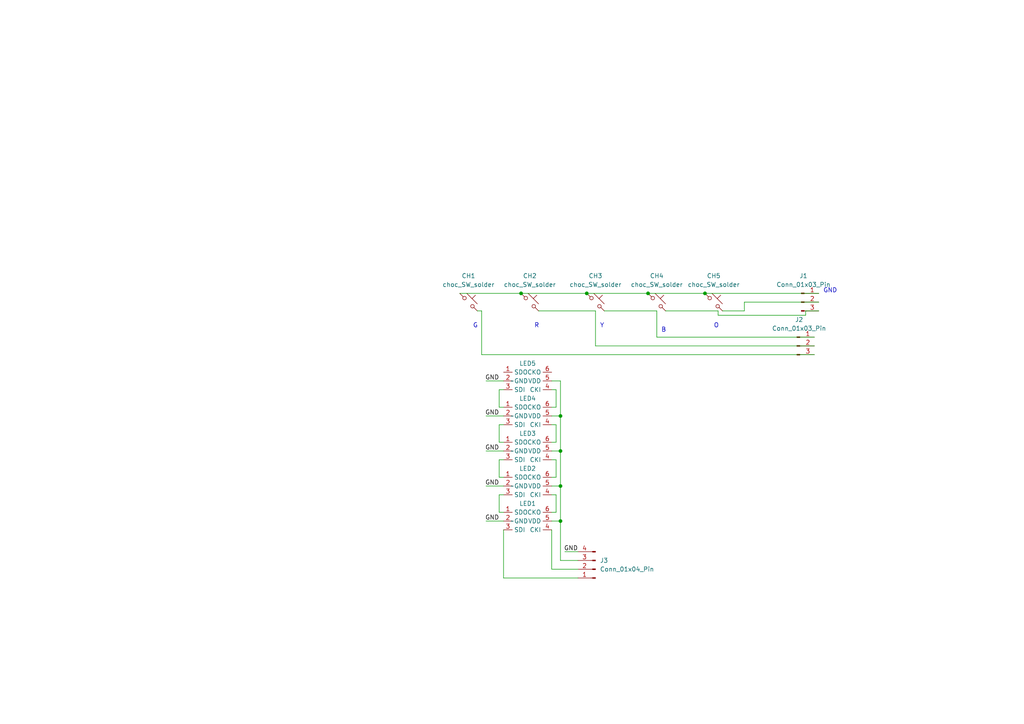
<source format=kicad_sch>
(kicad_sch (version 20230121) (generator eeschema)

  (uuid 2008d4e7-299a-4c45-9d60-97a9bf4445b8)

  (paper "A4")

  (lib_symbols
    (symbol "Connector:Conn_01x03_Pin" (pin_names (offset 1.016) hide) (in_bom yes) (on_board yes)
      (property "Reference" "J" (at 0 5.08 0)
        (effects (font (size 1.27 1.27)))
      )
      (property "Value" "Conn_01x03_Pin" (at 0 -5.08 0)
        (effects (font (size 1.27 1.27)))
      )
      (property "Footprint" "" (at 0 0 0)
        (effects (font (size 1.27 1.27)) hide)
      )
      (property "Datasheet" "~" (at 0 0 0)
        (effects (font (size 1.27 1.27)) hide)
      )
      (property "ki_locked" "" (at 0 0 0)
        (effects (font (size 1.27 1.27)))
      )
      (property "ki_keywords" "connector" (at 0 0 0)
        (effects (font (size 1.27 1.27)) hide)
      )
      (property "ki_description" "Generic connector, single row, 01x03, script generated" (at 0 0 0)
        (effects (font (size 1.27 1.27)) hide)
      )
      (property "ki_fp_filters" "Connector*:*_1x??_*" (at 0 0 0)
        (effects (font (size 1.27 1.27)) hide)
      )
      (symbol "Conn_01x03_Pin_1_1"
        (polyline
          (pts
            (xy 1.27 -2.54)
            (xy 0.8636 -2.54)
          )
          (stroke (width 0.1524) (type default))
          (fill (type none))
        )
        (polyline
          (pts
            (xy 1.27 0)
            (xy 0.8636 0)
          )
          (stroke (width 0.1524) (type default))
          (fill (type none))
        )
        (polyline
          (pts
            (xy 1.27 2.54)
            (xy 0.8636 2.54)
          )
          (stroke (width 0.1524) (type default))
          (fill (type none))
        )
        (rectangle (start 0.8636 -2.413) (end 0 -2.667)
          (stroke (width 0.1524) (type default))
          (fill (type outline))
        )
        (rectangle (start 0.8636 0.127) (end 0 -0.127)
          (stroke (width 0.1524) (type default))
          (fill (type outline))
        )
        (rectangle (start 0.8636 2.667) (end 0 2.413)
          (stroke (width 0.1524) (type default))
          (fill (type outline))
        )
        (pin passive line (at 5.08 2.54 180) (length 3.81)
          (name "Pin_1" (effects (font (size 1.27 1.27))))
          (number "1" (effects (font (size 1.27 1.27))))
        )
        (pin passive line (at 5.08 0 180) (length 3.81)
          (name "Pin_2" (effects (font (size 1.27 1.27))))
          (number "2" (effects (font (size 1.27 1.27))))
        )
        (pin passive line (at 5.08 -2.54 180) (length 3.81)
          (name "Pin_3" (effects (font (size 1.27 1.27))))
          (number "3" (effects (font (size 1.27 1.27))))
        )
      )
    )
    (symbol "Connector:Conn_01x04_Pin" (pin_names (offset 1.016) hide) (in_bom yes) (on_board yes)
      (property "Reference" "J" (at 0 5.08 0)
        (effects (font (size 1.27 1.27)))
      )
      (property "Value" "Conn_01x04_Pin" (at 0 -7.62 0)
        (effects (font (size 1.27 1.27)))
      )
      (property "Footprint" "" (at 0 0 0)
        (effects (font (size 1.27 1.27)) hide)
      )
      (property "Datasheet" "~" (at 0 0 0)
        (effects (font (size 1.27 1.27)) hide)
      )
      (property "ki_locked" "" (at 0 0 0)
        (effects (font (size 1.27 1.27)))
      )
      (property "ki_keywords" "connector" (at 0 0 0)
        (effects (font (size 1.27 1.27)) hide)
      )
      (property "ki_description" "Generic connector, single row, 01x04, script generated" (at 0 0 0)
        (effects (font (size 1.27 1.27)) hide)
      )
      (property "ki_fp_filters" "Connector*:*_1x??_*" (at 0 0 0)
        (effects (font (size 1.27 1.27)) hide)
      )
      (symbol "Conn_01x04_Pin_1_1"
        (polyline
          (pts
            (xy 1.27 -5.08)
            (xy 0.8636 -5.08)
          )
          (stroke (width 0.1524) (type default))
          (fill (type none))
        )
        (polyline
          (pts
            (xy 1.27 -2.54)
            (xy 0.8636 -2.54)
          )
          (stroke (width 0.1524) (type default))
          (fill (type none))
        )
        (polyline
          (pts
            (xy 1.27 0)
            (xy 0.8636 0)
          )
          (stroke (width 0.1524) (type default))
          (fill (type none))
        )
        (polyline
          (pts
            (xy 1.27 2.54)
            (xy 0.8636 2.54)
          )
          (stroke (width 0.1524) (type default))
          (fill (type none))
        )
        (rectangle (start 0.8636 -4.953) (end 0 -5.207)
          (stroke (width 0.1524) (type default))
          (fill (type outline))
        )
        (rectangle (start 0.8636 -2.413) (end 0 -2.667)
          (stroke (width 0.1524) (type default))
          (fill (type outline))
        )
        (rectangle (start 0.8636 0.127) (end 0 -0.127)
          (stroke (width 0.1524) (type default))
          (fill (type outline))
        )
        (rectangle (start 0.8636 2.667) (end 0 2.413)
          (stroke (width 0.1524) (type default))
          (fill (type outline))
        )
        (pin passive line (at 5.08 2.54 180) (length 3.81)
          (name "Pin_1" (effects (font (size 1.27 1.27))))
          (number "1" (effects (font (size 1.27 1.27))))
        )
        (pin passive line (at 5.08 0 180) (length 3.81)
          (name "Pin_2" (effects (font (size 1.27 1.27))))
          (number "2" (effects (font (size 1.27 1.27))))
        )
        (pin passive line (at 5.08 -2.54 180) (length 3.81)
          (name "Pin_3" (effects (font (size 1.27 1.27))))
          (number "3" (effects (font (size 1.27 1.27))))
        )
        (pin passive line (at 5.08 -5.08 180) (length 3.81)
          (name "Pin_4" (effects (font (size 1.27 1.27))))
          (number "4" (effects (font (size 1.27 1.27))))
        )
      )
    )
    (symbol "PCM_marbastlib-choc:choc_SW_solder" (pin_numbers hide) (pin_names (offset 1.016) hide) (in_bom yes) (on_board yes)
      (property "Reference" "CH" (at 3.048 1.016 0)
        (effects (font (size 1.27 1.27)) (justify left))
      )
      (property "Value" "choc_SW_solder" (at 0 -3.81 0)
        (effects (font (size 1.27 1.27)))
      )
      (property "Footprint" "PCM_marbastlib-choc:SW_choc_v1_1u" (at 0 0 0)
        (effects (font (size 1.27 1.27)) hide)
      )
      (property "Datasheet" "~" (at 0 0 0)
        (effects (font (size 1.27 1.27)) hide)
      )
      (property "ki_keywords" "switch normally-open pushbutton push-button" (at 0 0 0)
        (effects (font (size 1.27 1.27)) hide)
      )
      (property "ki_description" "Push button switch, normally open, two pins, 45° tilted" (at 0 0 0)
        (effects (font (size 1.27 1.27)) hide)
      )
      (symbol "choc_SW_solder_0_1"
        (circle (center -1.1684 1.1684) (radius 0.508)
          (stroke (width 0) (type default))
          (fill (type none))
        )
        (polyline
          (pts
            (xy -0.508 2.54)
            (xy 2.54 -0.508)
          )
          (stroke (width 0) (type default))
          (fill (type none))
        )
        (polyline
          (pts
            (xy 1.016 1.016)
            (xy 2.032 2.032)
          )
          (stroke (width 0) (type default))
          (fill (type none))
        )
        (polyline
          (pts
            (xy -2.54 2.54)
            (xy -1.524 1.524)
            (xy -1.524 1.524)
          )
          (stroke (width 0) (type default))
          (fill (type none))
        )
        (polyline
          (pts
            (xy 1.524 -1.524)
            (xy 2.54 -2.54)
            (xy 2.54 -2.54)
            (xy 2.54 -2.54)
          )
          (stroke (width 0) (type default))
          (fill (type none))
        )
        (circle (center 1.143 -1.1938) (radius 0.508)
          (stroke (width 0) (type default))
          (fill (type none))
        )
        (pin passive line (at -2.54 2.54 0) (length 0)
          (name "1" (effects (font (size 1.27 1.27))))
          (number "1" (effects (font (size 1.27 1.27))))
        )
        (pin passive line (at 2.54 -2.54 180) (length 0)
          (name "2" (effects (font (size 1.27 1.27))))
          (number "2" (effects (font (size 1.27 1.27))))
        )
      )
    )
    (symbol "sk9822-ec20-2:SK9822-EC20" (in_bom yes) (on_board yes)
      (property "Reference" "LED" (at 0 5.08 0)
        (effects (font (size 1.27 1.27)))
      )
      (property "Value" "" (at 0 0 0)
        (effects (font (size 1.27 1.27)))
      )
      (property "Footprint" "" (at 0 0 0)
        (effects (font (size 1.27 1.27)) hide)
      )
      (property "Datasheet" "" (at 0 0 0)
        (effects (font (size 1.27 1.27)) hide)
      )
      (symbol "SK9822-EC20_1_1"
        (pin output line (at -2.54 2.54 0) (length 2.54)
          (name "SDO" (effects (font (size 1.27 1.27))))
          (number "1" (effects (font (size 1.27 1.27))))
        )
        (pin input line (at -2.54 0 0) (length 2.54)
          (name "GND" (effects (font (size 1.27 1.27))))
          (number "2" (effects (font (size 1.27 1.27))))
        )
        (pin input line (at -2.54 -2.54 0) (length 2.54)
          (name "SDI" (effects (font (size 1.27 1.27))))
          (number "3" (effects (font (size 1.27 1.27))))
        )
        (pin input line (at 11.43 -2.54 180) (length 2.54)
          (name "CKI" (effects (font (size 1.27 1.27))))
          (number "4" (effects (font (size 1.27 1.27))))
        )
        (pin input line (at 11.43 0 180) (length 2.54)
          (name "VDD" (effects (font (size 1.27 1.27))))
          (number "5" (effects (font (size 1.27 1.27))))
        )
        (pin output line (at 11.43 2.54 180) (length 2.54)
          (name "CKO" (effects (font (size 1.27 1.27))))
          (number "6" (effects (font (size 1.27 1.27))))
        )
      )
    )
  )

  (junction (at 151.13 85.09) (diameter 0) (color 0 0 0 0)
    (uuid 206f800d-4437-45bb-997d-3d2dd7ae82d7)
  )
  (junction (at 204.47 85.09) (diameter 0) (color 0 0 0 0)
    (uuid 25593272-4d01-4650-86ba-f3123f32f881)
  )
  (junction (at 162.56 130.81) (diameter 0) (color 0 0 0 0)
    (uuid 34d048fe-c902-408b-b034-a6c4c4325d1b)
  )
  (junction (at 170.18 85.09) (diameter 0) (color 0 0 0 0)
    (uuid 3a619d24-12ae-4ae1-bf08-6917b890dcfc)
  )
  (junction (at 162.56 140.97) (diameter 0) (color 0 0 0 0)
    (uuid 4a402ce1-880e-43f0-a39d-ed8b6ff433ba)
  )
  (junction (at 162.56 120.65) (diameter 0) (color 0 0 0 0)
    (uuid 7f424d6a-9f36-42d7-8b33-3ef6b15b03a3)
  )
  (junction (at 162.56 151.13) (diameter 0) (color 0 0 0 0)
    (uuid ac7cc5d1-c4ce-4ea2-9894-f88f7c38d3ba)
  )
  (junction (at 187.96 85.09) (diameter 0) (color 0 0 0 0)
    (uuid ef272a1a-d115-43f2-80dd-72aa8a220115)
  )

  (wire (pts (xy 146.05 153.67) (xy 146.05 167.64))
    (stroke (width 0) (type default))
    (uuid 018000e9-2160-4b32-abe2-27c32705d52e)
  )
  (wire (pts (xy 139.7 102.87) (xy 236.22 102.87))
    (stroke (width 0) (type default))
    (uuid 03f37ba4-974a-4c8e-9df2-92ebbb2183f5)
  )
  (wire (pts (xy 140.97 151.13) (xy 146.05 151.13))
    (stroke (width 0) (type default))
    (uuid 05b65a41-5864-47e2-a741-ad567e5888c1)
  )
  (wire (pts (xy 161.29 133.35) (xy 161.29 138.43))
    (stroke (width 0) (type default))
    (uuid 1166221d-36d9-4eb7-9035-e67b659a4beb)
  )
  (wire (pts (xy 233.68 91.44) (xy 233.68 90.17))
    (stroke (width 0) (type default))
    (uuid 1668f01e-935c-45c5-bd84-1cd1a643e98a)
  )
  (wire (pts (xy 144.78 133.35) (xy 144.78 138.43))
    (stroke (width 0) (type default))
    (uuid 17f1c9e1-5a2c-4701-959f-e922c6e1f3ea)
  )
  (wire (pts (xy 146.05 113.03) (xy 144.78 113.03))
    (stroke (width 0) (type default))
    (uuid 1a9648e8-779c-42d2-8b86-376c6b4a501b)
  )
  (wire (pts (xy 160.02 148.59) (xy 161.29 148.59))
    (stroke (width 0) (type default))
    (uuid 2230ff3f-5c7e-48c6-8aee-3a9e97afd79b)
  )
  (wire (pts (xy 208.28 90.17) (xy 208.28 91.44))
    (stroke (width 0) (type default))
    (uuid 226d40e4-7518-4b0d-8d03-e04b56a863be)
  )
  (wire (pts (xy 160.02 128.27) (xy 161.29 128.27))
    (stroke (width 0) (type default))
    (uuid 2735de11-ea6e-4e37-9fa1-ac636addc1b6)
  )
  (wire (pts (xy 144.78 113.03) (xy 144.78 118.11))
    (stroke (width 0) (type default))
    (uuid 296e4102-c8c1-47de-8315-0e2267433dab)
  )
  (wire (pts (xy 233.68 90.17) (xy 237.49 90.17))
    (stroke (width 0) (type default))
    (uuid 2ac11e23-1d5e-48a9-b230-ccb6020df3f2)
  )
  (wire (pts (xy 161.29 118.11) (xy 161.29 113.03))
    (stroke (width 0) (type default))
    (uuid 2e16a7bb-51a4-4cf4-af04-c1d4746ec8df)
  )
  (wire (pts (xy 146.05 167.64) (xy 167.64 167.64))
    (stroke (width 0) (type default))
    (uuid 2facaa48-fd66-4cc0-9173-e7f830ddf0f2)
  )
  (wire (pts (xy 162.56 151.13) (xy 162.56 140.97))
    (stroke (width 0) (type default))
    (uuid 34d67ef0-7e99-4dc5-8be6-32ee92e57edb)
  )
  (wire (pts (xy 146.05 143.51) (xy 144.78 143.51))
    (stroke (width 0) (type default))
    (uuid 35018c20-1aef-459d-bd3d-84a7083cbc77)
  )
  (wire (pts (xy 146.05 123.19) (xy 144.78 123.19))
    (stroke (width 0) (type default))
    (uuid 3630859b-a3fc-46aa-9af5-5b78e6f5c5d3)
  )
  (wire (pts (xy 146.05 133.35) (xy 144.78 133.35))
    (stroke (width 0) (type default))
    (uuid 3692b809-1705-427d-953b-145a421a092b)
  )
  (wire (pts (xy 133.35 85.09) (xy 151.13 85.09))
    (stroke (width 0) (type default))
    (uuid 3cf7ba56-5376-4840-bd45-aee62c80aa40)
  )
  (wire (pts (xy 140.97 110.49) (xy 146.05 110.49))
    (stroke (width 0) (type default))
    (uuid 3df943c3-dfe9-47a2-8fc6-81571af8995b)
  )
  (wire (pts (xy 193.04 90.17) (xy 208.28 90.17))
    (stroke (width 0) (type default))
    (uuid 4019256e-8dbc-4e4e-b272-13d1fea6452d)
  )
  (wire (pts (xy 172.72 100.33) (xy 236.22 100.33))
    (stroke (width 0) (type default))
    (uuid 439023a6-03a0-46e0-a893-1de144e43b7c)
  )
  (wire (pts (xy 160.02 153.67) (xy 160.02 165.1))
    (stroke (width 0) (type default))
    (uuid 47223136-95da-4825-a64d-1b7cd06a7995)
  )
  (wire (pts (xy 144.78 128.27) (xy 146.05 128.27))
    (stroke (width 0) (type default))
    (uuid 493386eb-3a7a-4a7e-900e-aa0bf87f323d)
  )
  (wire (pts (xy 163.83 160.02) (xy 167.64 160.02))
    (stroke (width 0) (type default))
    (uuid 4fd2c03c-dd7c-4d2a-8c67-09e6b94d89d5)
  )
  (wire (pts (xy 139.7 102.87) (xy 139.7 90.17))
    (stroke (width 0) (type default))
    (uuid 5c389e7d-05af-478a-9994-cbbbf0fb53bf)
  )
  (wire (pts (xy 175.26 90.17) (xy 190.5 90.17))
    (stroke (width 0) (type default))
    (uuid 5d21ec85-4c0c-458d-9033-4d3bcea04bec)
  )
  (wire (pts (xy 140.97 130.81) (xy 146.05 130.81))
    (stroke (width 0) (type default))
    (uuid 61347bcb-46c8-48b1-9b9f-6106ad8cc5af)
  )
  (wire (pts (xy 172.72 90.17) (xy 172.72 100.33))
    (stroke (width 0) (type default))
    (uuid 6258bec1-9b9d-40a2-af57-02a4c96fe823)
  )
  (wire (pts (xy 160.02 118.11) (xy 161.29 118.11))
    (stroke (width 0) (type default))
    (uuid 63b7090b-cfe5-4a5e-bcae-51aa65ed09a2)
  )
  (wire (pts (xy 190.5 97.79) (xy 236.22 97.79))
    (stroke (width 0) (type default))
    (uuid 69e2b22a-5a3d-4977-9bea-fa7c7a87ca5e)
  )
  (wire (pts (xy 209.55 90.17) (xy 215.9 90.17))
    (stroke (width 0) (type default))
    (uuid 6da4dd50-1e35-4908-9c9a-cb3c0bf6a764)
  )
  (wire (pts (xy 156.21 90.17) (xy 172.72 90.17))
    (stroke (width 0) (type default))
    (uuid 706a953d-9873-4f46-bf60-a975bb058c78)
  )
  (wire (pts (xy 162.56 110.49) (xy 160.02 110.49))
    (stroke (width 0) (type default))
    (uuid 71b7d1ea-d59a-4564-9d2a-56865e32f066)
  )
  (wire (pts (xy 160.02 151.13) (xy 162.56 151.13))
    (stroke (width 0) (type default))
    (uuid 72560a6f-f852-4d2c-a82b-88317b379078)
  )
  (wire (pts (xy 215.9 87.63) (xy 237.49 87.63))
    (stroke (width 0) (type default))
    (uuid 75a5bb4f-b885-4dfb-9b9b-b9474225fdea)
  )
  (wire (pts (xy 161.29 128.27) (xy 161.29 123.19))
    (stroke (width 0) (type default))
    (uuid 7c4622ef-453e-4b1b-a690-a1bbca91890b)
  )
  (wire (pts (xy 162.56 151.13) (xy 162.56 162.56))
    (stroke (width 0) (type default))
    (uuid 7cf52b0c-338a-4c8e-8727-fced646958e4)
  )
  (wire (pts (xy 160.02 113.03) (xy 161.29 113.03))
    (stroke (width 0) (type default))
    (uuid 813657cc-b680-4569-86b7-72e1bc497f34)
  )
  (wire (pts (xy 144.78 118.11) (xy 146.05 118.11))
    (stroke (width 0) (type default))
    (uuid 8453490a-4d49-4c27-a29f-7a7056796653)
  )
  (wire (pts (xy 144.78 148.59) (xy 146.05 148.59))
    (stroke (width 0) (type default))
    (uuid 865e4dfe-78a2-461a-b060-37d0c9979b24)
  )
  (wire (pts (xy 144.78 143.51) (xy 144.78 148.59))
    (stroke (width 0) (type default))
    (uuid 8ea542d6-83d3-4aa4-bd7c-1f2b66dcf1bf)
  )
  (wire (pts (xy 161.29 143.51) (xy 161.29 148.59))
    (stroke (width 0) (type default))
    (uuid 912b4129-f5c1-4617-81b9-dd7907416703)
  )
  (wire (pts (xy 190.5 90.17) (xy 190.5 97.79))
    (stroke (width 0) (type default))
    (uuid 9723e9da-440a-4309-86a2-122e581a8475)
  )
  (wire (pts (xy 144.78 123.19) (xy 144.78 128.27))
    (stroke (width 0) (type default))
    (uuid 98c3b425-a266-4378-94a0-1303e83fb042)
  )
  (wire (pts (xy 144.78 138.43) (xy 146.05 138.43))
    (stroke (width 0) (type default))
    (uuid 9b2aa8f6-8a5f-496b-8b1a-2c7060ff9ffc)
  )
  (wire (pts (xy 161.29 138.43) (xy 160.02 138.43))
    (stroke (width 0) (type default))
    (uuid 9c7a1d19-076d-4fbf-b3d8-d031a589dab2)
  )
  (wire (pts (xy 162.56 140.97) (xy 160.02 140.97))
    (stroke (width 0) (type default))
    (uuid add32e84-4e76-4bd4-9369-94cf87dbe9a8)
  )
  (wire (pts (xy 215.9 90.17) (xy 215.9 87.63))
    (stroke (width 0) (type default))
    (uuid b1a721e4-7afd-410b-a856-674f49232dd6)
  )
  (wire (pts (xy 187.96 85.09) (xy 204.47 85.09))
    (stroke (width 0) (type default))
    (uuid b2965b02-4c78-43e8-af65-eac5a2794da1)
  )
  (wire (pts (xy 162.56 120.65) (xy 162.56 130.81))
    (stroke (width 0) (type default))
    (uuid b8dbfda8-9871-49bd-8164-e2bb2eb445a4)
  )
  (wire (pts (xy 160.02 143.51) (xy 161.29 143.51))
    (stroke (width 0) (type default))
    (uuid cbd4c154-2430-4f05-8235-4c4c51dd845d)
  )
  (wire (pts (xy 204.47 85.09) (xy 237.49 85.09))
    (stroke (width 0) (type default))
    (uuid cc8b7dc5-e436-413b-a1d0-3d87331a6c36)
  )
  (wire (pts (xy 160.02 165.1) (xy 167.64 165.1))
    (stroke (width 0) (type default))
    (uuid d2768579-caa6-4542-b0cc-0cc91b5b0bc9)
  )
  (wire (pts (xy 162.56 120.65) (xy 160.02 120.65))
    (stroke (width 0) (type default))
    (uuid d969dd41-f8d9-4ced-9432-e9e17dd94f34)
  )
  (wire (pts (xy 170.18 85.09) (xy 187.96 85.09))
    (stroke (width 0) (type default))
    (uuid d99a0acb-6706-4042-8a48-d3564812200b)
  )
  (wire (pts (xy 160.02 123.19) (xy 161.29 123.19))
    (stroke (width 0) (type default))
    (uuid db9844e5-e799-4906-87ab-bcfcce2b7c69)
  )
  (wire (pts (xy 139.7 90.17) (xy 138.43 90.17))
    (stroke (width 0) (type default))
    (uuid e093a80f-359f-4b51-8809-5abed038c2bb)
  )
  (wire (pts (xy 151.13 85.09) (xy 170.18 85.09))
    (stroke (width 0) (type default))
    (uuid e14a96f8-e2ec-4fa8-a73b-01aa5032cf5c)
  )
  (wire (pts (xy 160.02 130.81) (xy 162.56 130.81))
    (stroke (width 0) (type default))
    (uuid e632ddec-b117-4317-ae75-02d0c6ffa854)
  )
  (wire (pts (xy 162.56 162.56) (xy 167.64 162.56))
    (stroke (width 0) (type default))
    (uuid e7221d6c-299b-49be-a635-41e43c3e3ca6)
  )
  (wire (pts (xy 162.56 110.49) (xy 162.56 120.65))
    (stroke (width 0) (type default))
    (uuid ea3bb786-91d9-49de-aa95-5c78f0bf4cda)
  )
  (wire (pts (xy 140.97 120.65) (xy 146.05 120.65))
    (stroke (width 0) (type default))
    (uuid f33b4241-808b-4acb-9496-1713f62a968d)
  )
  (wire (pts (xy 162.56 140.97) (xy 162.56 130.81))
    (stroke (width 0) (type default))
    (uuid f43e5cd9-2653-4f7f-97ed-919868cfac22)
  )
  (wire (pts (xy 208.28 91.44) (xy 233.68 91.44))
    (stroke (width 0) (type default))
    (uuid f62e0dc3-9549-43a6-9f60-da96bcedb82e)
  )
  (wire (pts (xy 160.02 133.35) (xy 161.29 133.35))
    (stroke (width 0) (type default))
    (uuid fa9c4a94-3e16-4f38-aeeb-2842b9cc074b)
  )
  (wire (pts (xy 140.97 140.97) (xy 146.05 140.97))
    (stroke (width 0) (type default))
    (uuid fb012f00-248e-4ea7-b016-8c6836657d7e)
  )

  (text "GND\n" (at 238.76 85.09 0)
    (effects (font (size 1.27 1.27)) (justify left bottom))
    (uuid 02a5c4e9-a1cf-4a0f-ac02-8cc56db16ddb)
  )
  (text "R" (at 154.94 95.25 0)
    (effects (font (size 1.27 1.27)) (justify left bottom))
    (uuid 0d6a48e2-8c3a-48a5-87b1-0d3586f3ef2e)
  )
  (text "G" (at 137.16 95.25 0)
    (effects (font (size 1.27 1.27)) (justify left bottom))
    (uuid 5b947f0a-9bec-458f-9c60-302e38441619)
  )
  (text "B" (at 191.77 96.52 0)
    (effects (font (size 1.27 1.27)) (justify left bottom))
    (uuid 5decd6b8-9ace-41c1-a106-a01f6da0c66d)
  )
  (text "O" (at 207.01 95.25 0)
    (effects (font (size 1.27 1.27)) (justify left bottom))
    (uuid a31d2068-7ed9-4597-8a31-d5bb6464bce1)
  )
  (text "Y" (at 173.99 95.25 0)
    (effects (font (size 1.27 1.27)) (justify left bottom))
    (uuid dad14a68-01ca-4893-a031-0e28e259bc8e)
  )

  (label "GND" (at 144.78 120.65 180) (fields_autoplaced)
    (effects (font (size 1.27 1.27)) (justify right bottom))
    (uuid 0a80a5de-fb50-4a68-b7bc-dea2453391df)
    (property "GND" "" (at 144.78 121.92 0)
      (effects (font (size 1.27 1.27) italic) (justify right))
    )
  )
  (label "GND" (at 144.78 140.97 180) (fields_autoplaced)
    (effects (font (size 1.27 1.27)) (justify right bottom))
    (uuid 348f76e3-be64-4cd7-b2b9-ce9e6ea358ed)
    (property "GND" "" (at 144.78 142.24 0)
      (effects (font (size 1.27 1.27) italic) (justify right))
    )
  )
  (label "GND" (at 144.78 130.81 180) (fields_autoplaced)
    (effects (font (size 1.27 1.27)) (justify right bottom))
    (uuid 7d7abf70-232e-4ba4-ae3e-5313c63e2479)
    (property "GND" "" (at 144.78 132.08 0)
      (effects (font (size 1.27 1.27) italic) (justify right))
    )
  )
  (label "GND" (at 144.78 151.13 180) (fields_autoplaced)
    (effects (font (size 1.27 1.27)) (justify right bottom))
    (uuid 886a2a74-d689-4233-8e4b-d8af7aec68f7)
    (property "GND" "" (at 144.78 152.4 0)
      (effects (font (size 1.27 1.27) italic) (justify right))
    )
  )
  (label "GND" (at 144.78 110.49 180) (fields_autoplaced)
    (effects (font (size 1.27 1.27)) (justify right bottom))
    (uuid bbdfac91-41e0-48a4-9165-4fe260e2b3d0)
    (property "GND" "" (at 144.78 111.76 0)
      (effects (font (size 1.27 1.27) italic) (justify right))
    )
  )
  (label "GND" (at 167.64 160.02 180) (fields_autoplaced)
    (effects (font (size 1.27 1.27)) (justify right bottom))
    (uuid e36d7774-968a-4003-a8af-9a89a7b97519)
    (property "GND" "" (at 167.64 161.29 0)
      (effects (font (size 1.27 1.27) italic) (justify right))
    )
  )

  (symbol (lib_id "Connector:Conn_01x03_Pin") (at 232.41 87.63 0) (unit 1)
    (in_bom yes) (on_board yes) (dnp no) (fields_autoplaced)
    (uuid 1aa27264-6bb1-4104-8c17-d2d5d61da476)
    (property "Reference" "J1" (at 233.045 80.01 0)
      (effects (font (size 1.27 1.27)))
    )
    (property "Value" "Conn_01x03_Pin" (at 233.045 82.55 0)
      (effects (font (size 1.27 1.27)))
    )
    (property "Footprint" "Connector_PinHeader_2.54mm:PinHeader_1x03_P2.54mm_Vertical" (at 232.41 87.63 0)
      (effects (font (size 1.27 1.27)) hide)
    )
    (property "Datasheet" "~" (at 232.41 87.63 0)
      (effects (font (size 1.27 1.27)) hide)
    )
    (pin "1" (uuid cfae973c-5eff-4682-a97f-b2cea8a3a684))
    (pin "2" (uuid 5291971b-81e1-472b-9579-969f67c265c2))
    (pin "3" (uuid 6a536e3b-7d20-4192-ad4d-d81d9dc2a002))
    (instances
      (project "fret clone"
        (path "/2008d4e7-299a-4c45-9d60-97a9bf4445b8"
          (reference "J1") (unit 1)
        )
      )
    )
  )

  (symbol (lib_id "PCM_marbastlib-choc:choc_SW_solder") (at 153.67 87.63 0) (unit 1)
    (in_bom yes) (on_board yes) (dnp no) (fields_autoplaced)
    (uuid 1e1e86ab-f614-4adb-845b-4f809d55bdcc)
    (property "Reference" "CH2" (at 153.67 80.01 0)
      (effects (font (size 1.27 1.27)))
    )
    (property "Value" "choc_SW_solder" (at 153.67 82.55 0)
      (effects (font (size 1.27 1.27)))
    )
    (property "Footprint" "PCM_Switch_Keyboard_Kailh:SW_Kailh_Choc_Mini" (at 153.67 87.63 0)
      (effects (font (size 1.27 1.27)) hide)
    )
    (property "Datasheet" "~" (at 153.67 87.63 0)
      (effects (font (size 1.27 1.27)) hide)
    )
    (pin "1" (uuid f41b304c-df4e-40de-a555-8ac568dfcc90))
    (pin "2" (uuid dff79a84-ba1e-42f7-ac83-d84fba9d89fe))
    (instances
      (project "fret clone"
        (path "/2008d4e7-299a-4c45-9d60-97a9bf4445b8"
          (reference "CH2") (unit 1)
        )
      )
    )
  )

  (symbol (lib_id "PCM_marbastlib-choc:choc_SW_solder") (at 135.89 87.63 0) (unit 1)
    (in_bom yes) (on_board yes) (dnp no) (fields_autoplaced)
    (uuid 38841ebd-e6d2-4a51-992c-0d9da84d44ed)
    (property "Reference" "CH1" (at 135.89 80.01 0)
      (effects (font (size 1.27 1.27)))
    )
    (property "Value" "choc_SW_solder" (at 135.89 82.55 0)
      (effects (font (size 1.27 1.27)))
    )
    (property "Footprint" "PCM_Switch_Keyboard_Kailh:SW_Kailh_Choc_Mini" (at 135.89 87.63 0)
      (effects (font (size 1.27 1.27)) hide)
    )
    (property "Datasheet" "~" (at 135.89 87.63 0)
      (effects (font (size 1.27 1.27)) hide)
    )
    (pin "1" (uuid 37d8a30e-d2c4-4cda-afd9-b4331a890443))
    (pin "2" (uuid 3eeec9a8-68ca-4fc0-8ec1-54ada9f41aa7))
    (instances
      (project "fret clone"
        (path "/2008d4e7-299a-4c45-9d60-97a9bf4445b8"
          (reference "CH1") (unit 1)
        )
      )
    )
  )

  (symbol (lib_id "PCM_marbastlib-choc:choc_SW_solder") (at 190.5 87.63 0) (unit 1)
    (in_bom yes) (on_board yes) (dnp no) (fields_autoplaced)
    (uuid 41e703da-698d-4456-ad4b-1b924d205153)
    (property "Reference" "CH4" (at 190.5 80.01 0)
      (effects (font (size 1.27 1.27)))
    )
    (property "Value" "choc_SW_solder" (at 190.5 82.55 0)
      (effects (font (size 1.27 1.27)))
    )
    (property "Footprint" "PCM_Switch_Keyboard_Kailh:SW_Kailh_Choc_Mini" (at 190.5 87.63 0)
      (effects (font (size 1.27 1.27)) hide)
    )
    (property "Datasheet" "~" (at 190.5 87.63 0)
      (effects (font (size 1.27 1.27)) hide)
    )
    (pin "1" (uuid 8d6bd4f6-cec3-4f0f-86e5-0428fee9ee3a))
    (pin "2" (uuid 0ab42a52-cade-42b6-b950-b2fdedf445dd))
    (instances
      (project "fret clone"
        (path "/2008d4e7-299a-4c45-9d60-97a9bf4445b8"
          (reference "CH4") (unit 1)
        )
      )
    )
  )

  (symbol (lib_id "Connector:Conn_01x03_Pin") (at 231.14 100.33 0) (unit 1)
    (in_bom yes) (on_board yes) (dnp no) (fields_autoplaced)
    (uuid 43e25f50-5563-461b-9f89-cb10c6063e77)
    (property "Reference" "J2" (at 231.775 92.71 0)
      (effects (font (size 1.27 1.27)))
    )
    (property "Value" "Conn_01x03_Pin" (at 231.775 95.25 0)
      (effects (font (size 1.27 1.27)))
    )
    (property "Footprint" "Connector_PinHeader_2.54mm:PinHeader_1x03_P2.54mm_Vertical" (at 231.14 100.33 0)
      (effects (font (size 1.27 1.27)) hide)
    )
    (property "Datasheet" "~" (at 231.14 100.33 0)
      (effects (font (size 1.27 1.27)) hide)
    )
    (pin "1" (uuid 6a15c17b-2830-4f7a-b316-b00683b21ae3))
    (pin "2" (uuid beac37e7-71e3-4c12-b709-d38b688bf910))
    (pin "3" (uuid e5bf6cf3-c89a-4df1-a521-3de71d560f30))
    (instances
      (project "fret clone"
        (path "/2008d4e7-299a-4c45-9d60-97a9bf4445b8"
          (reference "J2") (unit 1)
        )
      )
    )
  )

  (symbol (lib_id "sk9822-ec20-2:SK9822-EC20") (at 148.59 140.97 0) (unit 1)
    (in_bom yes) (on_board yes) (dnp no) (fields_autoplaced)
    (uuid 53ba82c0-8a00-496e-944c-71e287acfaf0)
    (property "Reference" "LED2" (at 153.035 135.89 0)
      (effects (font (size 1.27 1.27)))
    )
    (property "Value" "~" (at 148.59 140.97 0)
      (effects (font (size 1.27 1.27)))
    )
    (property "Footprint" "sk9822-ec20:SK9822-EC20" (at 148.59 140.97 0)
      (effects (font (size 1.27 1.27)) hide)
    )
    (property "Datasheet" "" (at 148.59 140.97 0)
      (effects (font (size 1.27 1.27)) hide)
    )
    (pin "1" (uuid 5f936cfb-9fd5-4028-83bf-82ed34ac32ce))
    (pin "2" (uuid 5288f3aa-c1c7-4537-9943-eca105f12d3c))
    (pin "3" (uuid 330e0e97-8d4a-4197-b679-d795f9ad787e))
    (pin "4" (uuid 5c505f57-6219-47d4-8ff3-013c7bbfdb3d))
    (pin "5" (uuid 05788e2f-ba5f-4c92-9754-1b00cb725af8))
    (pin "6" (uuid 44532c66-9488-4f70-825a-6396f9eba9c4))
    (instances
      (project "fret clone"
        (path "/2008d4e7-299a-4c45-9d60-97a9bf4445b8"
          (reference "LED2") (unit 1)
        )
      )
    )
  )

  (symbol (lib_id "PCM_marbastlib-choc:choc_SW_solder") (at 207.01 87.63 0) (unit 1)
    (in_bom yes) (on_board yes) (dnp no) (fields_autoplaced)
    (uuid 83cb70d6-cf43-43fc-976a-87aefc7ebad4)
    (property "Reference" "CH5" (at 207.01 80.01 0)
      (effects (font (size 1.27 1.27)))
    )
    (property "Value" "choc_SW_solder" (at 207.01 82.55 0)
      (effects (font (size 1.27 1.27)))
    )
    (property "Footprint" "PCM_Switch_Keyboard_Kailh:SW_Kailh_Choc_Mini" (at 207.01 87.63 0)
      (effects (font (size 1.27 1.27)) hide)
    )
    (property "Datasheet" "~" (at 207.01 87.63 0)
      (effects (font (size 1.27 1.27)) hide)
    )
    (pin "1" (uuid 90468f54-9483-45a3-b80f-6077984b472f))
    (pin "2" (uuid 7fd87505-3c5d-4f36-816e-b1e7f6cb76a9))
    (instances
      (project "fret clone"
        (path "/2008d4e7-299a-4c45-9d60-97a9bf4445b8"
          (reference "CH5") (unit 1)
        )
      )
    )
  )

  (symbol (lib_id "sk9822-ec20-2:SK9822-EC20") (at 148.59 130.81 0) (unit 1)
    (in_bom yes) (on_board yes) (dnp no) (fields_autoplaced)
    (uuid 89d18aa2-5b36-4ee3-8ea6-632668871b4b)
    (property "Reference" "LED3" (at 153.035 125.73 0)
      (effects (font (size 1.27 1.27)))
    )
    (property "Value" "~" (at 148.59 130.81 0)
      (effects (font (size 1.27 1.27)))
    )
    (property "Footprint" "sk9822-ec20:SK9822-EC20" (at 148.59 130.81 0)
      (effects (font (size 1.27 1.27)) hide)
    )
    (property "Datasheet" "" (at 148.59 130.81 0)
      (effects (font (size 1.27 1.27)) hide)
    )
    (pin "1" (uuid 75d7abc3-c81b-4ae6-8709-8aeceaffd812))
    (pin "2" (uuid 432b33bb-1e01-42a5-8253-4d0e6ed34357))
    (pin "3" (uuid c121b366-a78f-498f-91b2-b54651e436f0))
    (pin "4" (uuid eeec0ab6-bec8-476d-bb7c-b0ecebf1f941))
    (pin "5" (uuid f7acf703-e56c-481f-81d4-415f964171e8))
    (pin "6" (uuid 0928b819-e86c-4940-8f97-a062067f056e))
    (instances
      (project "fret clone"
        (path "/2008d4e7-299a-4c45-9d60-97a9bf4445b8"
          (reference "LED3") (unit 1)
        )
      )
    )
  )

  (symbol (lib_id "sk9822-ec20-2:SK9822-EC20") (at 148.59 151.13 0) (unit 1)
    (in_bom yes) (on_board yes) (dnp no) (fields_autoplaced)
    (uuid 8f9b84be-1242-45eb-afb2-c7591b27fee4)
    (property "Reference" "LED1" (at 153.035 146.05 0)
      (effects (font (size 1.27 1.27)))
    )
    (property "Value" "~" (at 148.59 151.13 0)
      (effects (font (size 1.27 1.27)))
    )
    (property "Footprint" "sk9822-ec20:SK9822-EC20" (at 148.59 151.13 0)
      (effects (font (size 1.27 1.27)) hide)
    )
    (property "Datasheet" "" (at 148.59 151.13 0)
      (effects (font (size 1.27 1.27)) hide)
    )
    (pin "1" (uuid cb6d2b15-34e2-40ae-9162-c9b212f79b45))
    (pin "2" (uuid 47dde72d-a4f2-45e7-95fe-89692e518b44))
    (pin "3" (uuid 576908d3-4a91-4bce-b7ca-e7da67ee74d6))
    (pin "4" (uuid fd4f18ea-0a81-4828-a20e-065c6347a3a9))
    (pin "5" (uuid 24922643-ae28-4f99-a098-2dcb1ef33606))
    (pin "6" (uuid cd3bbe2b-bd00-400e-ab91-cfab45464071))
    (instances
      (project "fret clone"
        (path "/2008d4e7-299a-4c45-9d60-97a9bf4445b8"
          (reference "LED1") (unit 1)
        )
      )
    )
  )

  (symbol (lib_id "Connector:Conn_01x04_Pin") (at 172.72 165.1 180) (unit 1)
    (in_bom yes) (on_board yes) (dnp no) (fields_autoplaced)
    (uuid a11e9b1c-376e-4a62-9559-3abf6434972e)
    (property "Reference" "J3" (at 173.99 162.56 0)
      (effects (font (size 1.27 1.27)) (justify right))
    )
    (property "Value" "Conn_01x04_Pin" (at 173.99 165.1 0)
      (effects (font (size 1.27 1.27)) (justify right))
    )
    (property "Footprint" "Connector_PinHeader_2.54mm:PinHeader_1x04_P2.54mm_Vertical" (at 172.72 165.1 0)
      (effects (font (size 1.27 1.27)) hide)
    )
    (property "Datasheet" "~" (at 172.72 165.1 0)
      (effects (font (size 1.27 1.27)) hide)
    )
    (pin "1" (uuid 1c8f53e5-f8aa-4ee2-9bf2-261aa74f7efc))
    (pin "2" (uuid 0bb675d0-4fcd-4edb-a31a-2800776fadb1))
    (pin "3" (uuid ac023fc5-b3f6-48c2-ba5a-ba291e30c0db))
    (pin "4" (uuid c63e2ca5-43dd-43b9-bd64-f1410473b4ae))
    (instances
      (project "fret clone"
        (path "/2008d4e7-299a-4c45-9d60-97a9bf4445b8"
          (reference "J3") (unit 1)
        )
      )
    )
  )

  (symbol (lib_id "sk9822-ec20-2:SK9822-EC20") (at 148.59 110.49 0) (unit 1)
    (in_bom yes) (on_board yes) (dnp no) (fields_autoplaced)
    (uuid bb52276d-2097-4043-9b3f-22b5dc95fce4)
    (property "Reference" "LED5" (at 153.035 105.41 0)
      (effects (font (size 1.27 1.27)))
    )
    (property "Value" "~" (at 148.59 110.49 0)
      (effects (font (size 1.27 1.27)))
    )
    (property "Footprint" "sk9822-ec20:SK9822-EC20" (at 148.59 110.49 0)
      (effects (font (size 1.27 1.27)) hide)
    )
    (property "Datasheet" "" (at 148.59 110.49 0)
      (effects (font (size 1.27 1.27)) hide)
    )
    (pin "1" (uuid 439a30bc-9d3d-4799-8e19-c20cb0fb8de9))
    (pin "2" (uuid 4803f99c-1923-4bc8-b3d7-8db3d92b42d3))
    (pin "3" (uuid 812884cb-4d01-4344-b560-d7ac2b39a9a5))
    (pin "4" (uuid 4560fcb4-b3bc-4404-a176-89ff1cda4602))
    (pin "5" (uuid d0dffc8c-98d5-4c92-9eb5-888d6708a93e))
    (pin "6" (uuid 77a59b3e-74e1-4d1d-8988-26c82211ce8c))
    (instances
      (project "fret clone"
        (path "/2008d4e7-299a-4c45-9d60-97a9bf4445b8"
          (reference "LED5") (unit 1)
        )
      )
    )
  )

  (symbol (lib_id "PCM_marbastlib-choc:choc_SW_solder") (at 172.72 87.63 0) (unit 1)
    (in_bom yes) (on_board yes) (dnp no) (fields_autoplaced)
    (uuid ebf89ede-10b3-4021-aa22-720b58d004ef)
    (property "Reference" "CH3" (at 172.72 80.01 0)
      (effects (font (size 1.27 1.27)))
    )
    (property "Value" "choc_SW_solder" (at 172.72 82.55 0)
      (effects (font (size 1.27 1.27)))
    )
    (property "Footprint" "PCM_Switch_Keyboard_Kailh:SW_Kailh_Choc_Mini" (at 172.72 87.63 0)
      (effects (font (size 1.27 1.27)) hide)
    )
    (property "Datasheet" "~" (at 172.72 87.63 0)
      (effects (font (size 1.27 1.27)) hide)
    )
    (pin "1" (uuid ae65b6ad-4a2f-4ca1-9069-10db26ce1bc9))
    (pin "2" (uuid e23d82bb-8294-469e-9e95-626e4e3080ac))
    (instances
      (project "fret clone"
        (path "/2008d4e7-299a-4c45-9d60-97a9bf4445b8"
          (reference "CH3") (unit 1)
        )
      )
    )
  )

  (symbol (lib_id "sk9822-ec20-2:SK9822-EC20") (at 148.59 120.65 0) (unit 1)
    (in_bom yes) (on_board yes) (dnp no) (fields_autoplaced)
    (uuid ec3e12c9-d24a-4a91-8c49-dfc0759788eb)
    (property "Reference" "LED4" (at 153.035 115.57 0)
      (effects (font (size 1.27 1.27)))
    )
    (property "Value" "~" (at 148.59 120.65 0)
      (effects (font (size 1.27 1.27)))
    )
    (property "Footprint" "sk9822-ec20:SK9822-EC20" (at 148.59 120.65 0)
      (effects (font (size 1.27 1.27)) hide)
    )
    (property "Datasheet" "" (at 148.59 120.65 0)
      (effects (font (size 1.27 1.27)) hide)
    )
    (pin "1" (uuid 7cc7c776-1d4f-4719-993b-0034baf0ab3f))
    (pin "2" (uuid f9161dbe-5f64-4078-842e-249dbb2ccfb6))
    (pin "3" (uuid 94e1788a-9c8b-4d4a-b606-a11ed22d7b82))
    (pin "4" (uuid 553e2210-beb5-4df6-b0c2-825c91234356))
    (pin "5" (uuid e4de25a7-f55f-42d7-bf03-334143b6607b))
    (pin "6" (uuid 531c7db0-de8a-47ff-8f65-15997ecd4c01))
    (instances
      (project "fret clone"
        (path "/2008d4e7-299a-4c45-9d60-97a9bf4445b8"
          (reference "LED4") (unit 1)
        )
      )
    )
  )

  (sheet_instances
    (path "/" (page "1"))
  )
)

</source>
